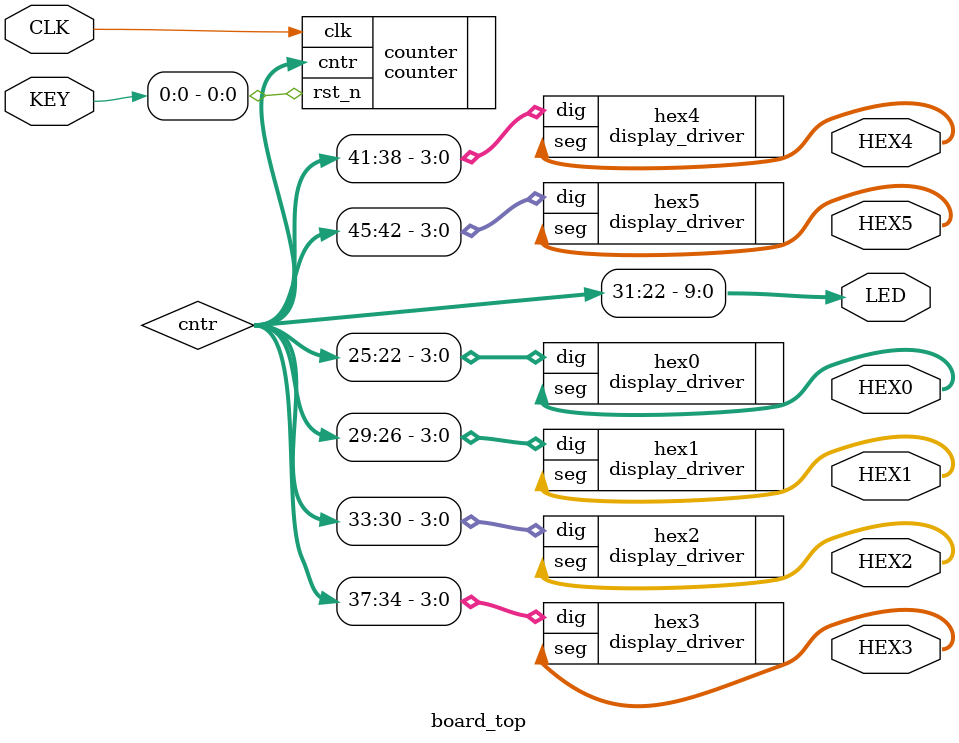
<source format=v>
module board_top
(
    input         CLK,
    input  [ 1:0] KEY,
    output [ 7:0] HEX0,
    output [ 7:0] HEX1,
    output [ 7:0] HEX2,
    output [ 7:0] HEX3,
    output [ 7:0] HEX4,
    output [ 7:0] HEX5,
    output [ 9:0] LED
);
    localparam WIDTH   = 64;
    localparam LSB_NUM = 22;

    wire [WIDTH-1:0] cntr;

    counter
    #(
        .WIDTH ( WIDTH )
    )
    counter
    (
        .clk    ( CLK    ),
        .rst_n  ( KEY[0] ),
        .cntr   ( cntr   )
    );

    display_driver hex0 ( .dig (cntr [LSB_NUM+0  +: 4]), .seg (HEX0) );
    display_driver hex1 ( .dig (cntr [LSB_NUM+4  +: 4]), .seg (HEX1) );
    display_driver hex2 ( .dig (cntr [LSB_NUM+8  +: 4]), .seg (HEX2) );
    display_driver hex3 ( .dig (cntr [LSB_NUM+12 +: 4]), .seg (HEX3) );
    display_driver hex4 ( .dig (cntr [LSB_NUM+16 +: 4]), .seg (HEX4) );
    display_driver hex5 ( .dig (cntr [LSB_NUM+20 +: 4]), .seg (HEX5) );

    assign LED = cntr [LSB_NUM +: 10];

endmodule

</source>
